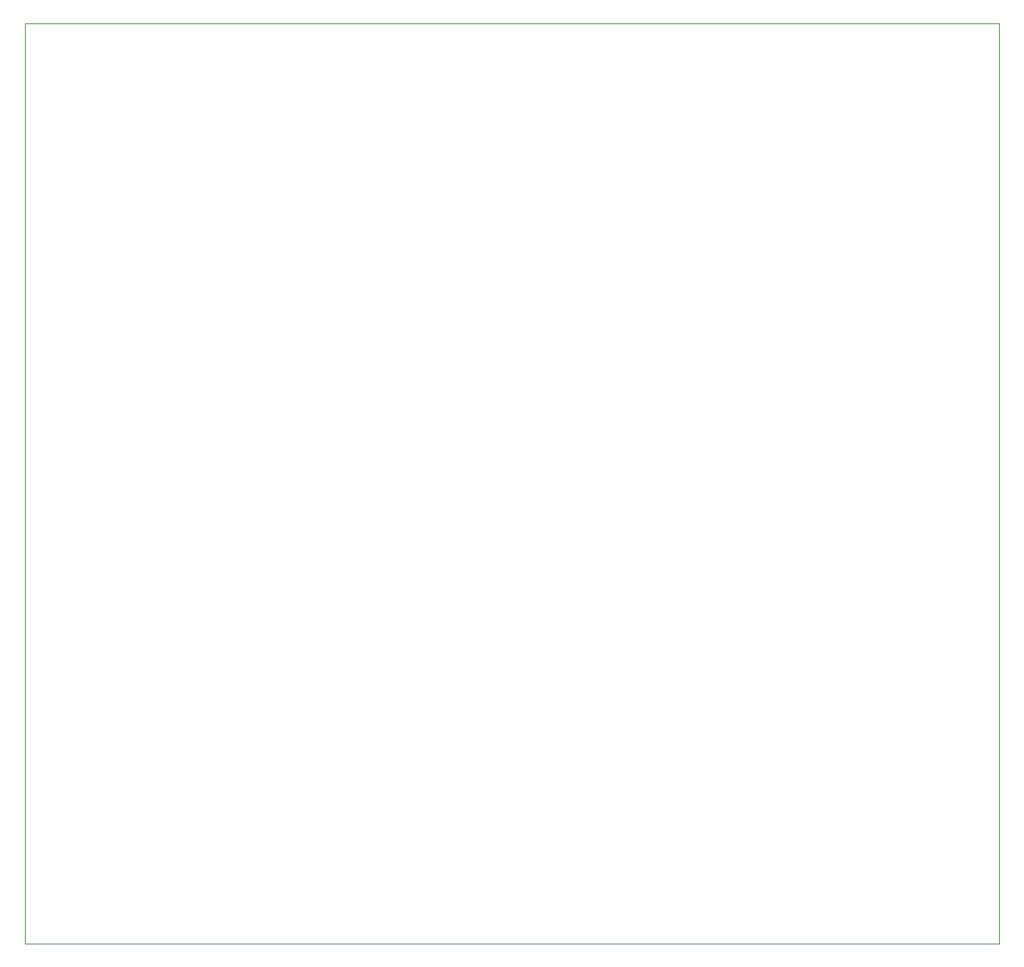
<source format=gbr>
%TF.GenerationSoftware,KiCad,Pcbnew,(6.0.11)*%
%TF.CreationDate,2023-05-22T13:49:56-03:00*%
%TF.ProjectId,qed-cv,7165642d-6376-42e6-9b69-6361645f7063,rev?*%
%TF.SameCoordinates,Original*%
%TF.FileFunction,Profile,NP*%
%FSLAX46Y46*%
G04 Gerber Fmt 4.6, Leading zero omitted, Abs format (unit mm)*
G04 Created by KiCad (PCBNEW (6.0.11)) date 2023-05-22 13:49:56*
%MOMM*%
%LPD*%
G01*
G04 APERTURE LIST*
%TA.AperFunction,Profile*%
%ADD10C,0.100000*%
%TD*%
G04 APERTURE END LIST*
D10*
X167710000Y-142640000D02*
X61860000Y-142640000D01*
X61860000Y-142640000D02*
X61860000Y-42640000D01*
X61860000Y-42640000D02*
X167710000Y-42640000D01*
X167710000Y-142640000D02*
X167710000Y-42640000D01*
M02*

</source>
